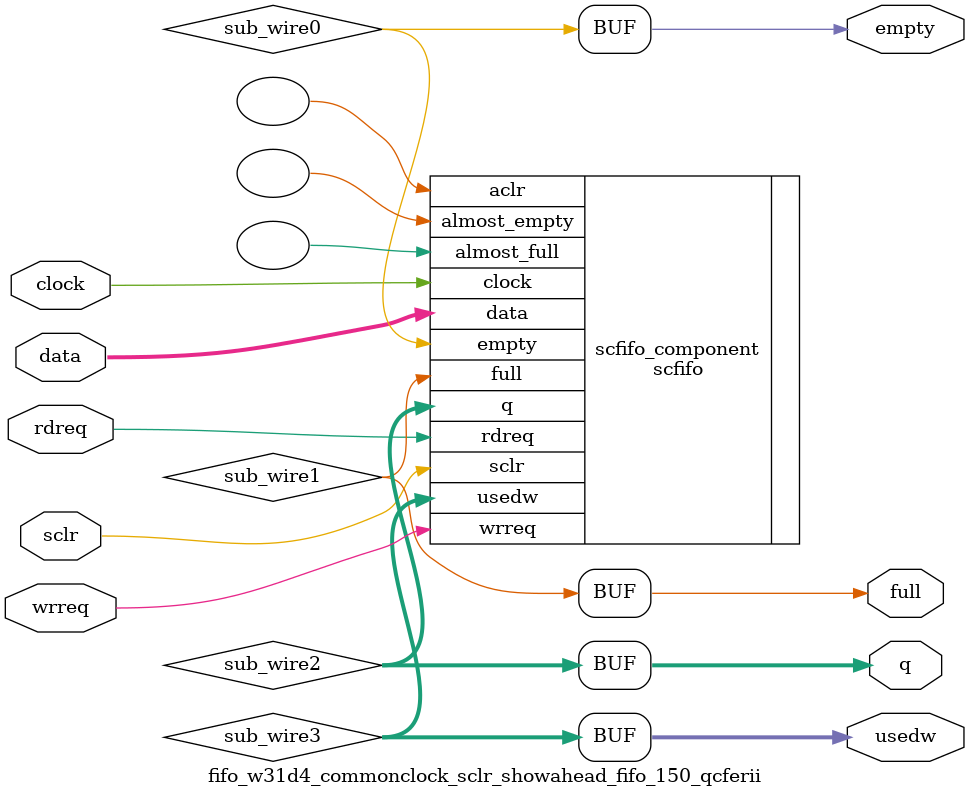
<source format=v>



`timescale 1 ps / 1 ps
// synopsys translate_on
module  fifo_w31d4_commonclock_sclr_showahead_fifo_150_qcferii  (
    clock,
    data,
    rdreq,
    sclr,
    wrreq,
    empty,
    full,
    q,
    usedw);

    input    clock;
    input  [30:0]  data;
    input    rdreq;
    input    sclr;
    input    wrreq;
    output   empty;
    output   full;
    output [30:0]  q;
    output [1:0]  usedw;

    wire  sub_wire0;
    wire  sub_wire1;
    wire [30:0] sub_wire2;
    wire [1:0] sub_wire3;
    wire  empty = sub_wire0;
    wire  full = sub_wire1;
    wire [30:0] q = sub_wire2[30:0];
    wire [1:0] usedw = sub_wire3[1:0];

    scfifo  scfifo_component (
                .clock (clock),
                .data (data),
                .rdreq (rdreq),
                .sclr (sclr),
                .wrreq (wrreq),
                .empty (sub_wire0),
                .full (sub_wire1),
                .q (sub_wire2),
                .usedw (sub_wire3),
                .aclr (),
                .almost_empty (),
                .almost_full ());
    defparam
        scfifo_component.add_ram_output_register  = "OFF",
        scfifo_component.intended_device_family  = "Arria 10",
        scfifo_component.lpm_numwords  = 4,
        scfifo_component.lpm_showahead  = "ON",
        scfifo_component.lpm_type  = "scfifo",
        scfifo_component.lpm_width  = 31,
        scfifo_component.lpm_widthu  = 2,
        scfifo_component.overflow_checking  = "ON",
        scfifo_component.underflow_checking  = "ON",
        scfifo_component.use_eab  = "ON";


endmodule



</source>
